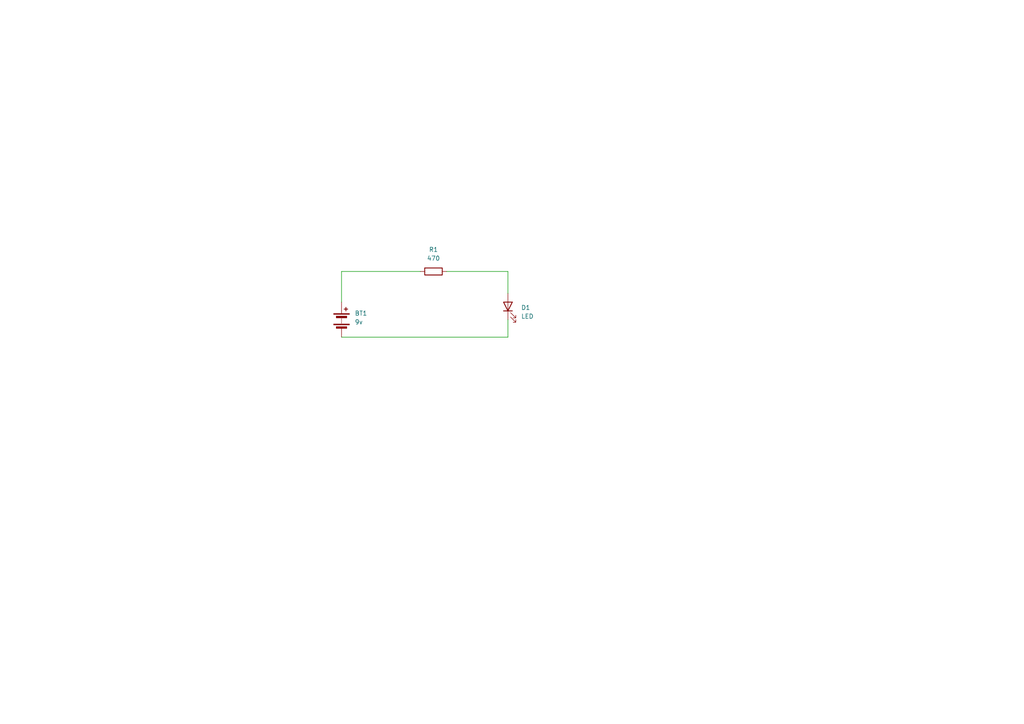
<source format=kicad_sch>
(kicad_sch
	(version 20231120)
	(generator "eeschema")
	(generator_version "8.0")
	(uuid "0f32aed4-1622-4b2b-955e-f638cae75caf")
	(paper "A4")
	(lib_symbols
		(symbol "Device:Battery"
			(pin_numbers hide)
			(pin_names
				(offset 0) hide)
			(exclude_from_sim no)
			(in_bom yes)
			(on_board yes)
			(property "Reference" "BT"
				(at 2.54 2.54 0)
				(effects
					(font
						(size 1.27 1.27)
					)
					(justify left)
				)
			)
			(property "Value" "Battery"
				(at 2.54 0 0)
				(effects
					(font
						(size 1.27 1.27)
					)
					(justify left)
				)
			)
			(property "Footprint" ""
				(at 0 1.524 90)
				(effects
					(font
						(size 1.27 1.27)
					)
					(hide yes)
				)
			)
			(property "Datasheet" "~"
				(at 0 1.524 90)
				(effects
					(font
						(size 1.27 1.27)
					)
					(hide yes)
				)
			)
			(property "Description" "Multiple-cell battery"
				(at 0 0 0)
				(effects
					(font
						(size 1.27 1.27)
					)
					(hide yes)
				)
			)
			(property "ki_keywords" "batt voltage-source cell"
				(at 0 0 0)
				(effects
					(font
						(size 1.27 1.27)
					)
					(hide yes)
				)
			)
			(symbol "Battery_0_1"
				(rectangle
					(start -2.286 -1.27)
					(end 2.286 -1.524)
					(stroke
						(width 0)
						(type default)
					)
					(fill
						(type outline)
					)
				)
				(rectangle
					(start -2.286 1.778)
					(end 2.286 1.524)
					(stroke
						(width 0)
						(type default)
					)
					(fill
						(type outline)
					)
				)
				(rectangle
					(start -1.524 -2.032)
					(end 1.524 -2.54)
					(stroke
						(width 0)
						(type default)
					)
					(fill
						(type outline)
					)
				)
				(rectangle
					(start -1.524 1.016)
					(end 1.524 0.508)
					(stroke
						(width 0)
						(type default)
					)
					(fill
						(type outline)
					)
				)
				(polyline
					(pts
						(xy 0 -1.016) (xy 0 -0.762)
					)
					(stroke
						(width 0)
						(type default)
					)
					(fill
						(type none)
					)
				)
				(polyline
					(pts
						(xy 0 -0.508) (xy 0 -0.254)
					)
					(stroke
						(width 0)
						(type default)
					)
					(fill
						(type none)
					)
				)
				(polyline
					(pts
						(xy 0 0) (xy 0 0.254)
					)
					(stroke
						(width 0)
						(type default)
					)
					(fill
						(type none)
					)
				)
				(polyline
					(pts
						(xy 0 1.778) (xy 0 2.54)
					)
					(stroke
						(width 0)
						(type default)
					)
					(fill
						(type none)
					)
				)
				(polyline
					(pts
						(xy 0.762 3.048) (xy 1.778 3.048)
					)
					(stroke
						(width 0.254)
						(type default)
					)
					(fill
						(type none)
					)
				)
				(polyline
					(pts
						(xy 1.27 3.556) (xy 1.27 2.54)
					)
					(stroke
						(width 0.254)
						(type default)
					)
					(fill
						(type none)
					)
				)
			)
			(symbol "Battery_1_1"
				(pin passive line
					(at 0 5.08 270)
					(length 2.54)
					(name "+"
						(effects
							(font
								(size 1.27 1.27)
							)
						)
					)
					(number "1"
						(effects
							(font
								(size 1.27 1.27)
							)
						)
					)
				)
				(pin passive line
					(at 0 -5.08 90)
					(length 2.54)
					(name "-"
						(effects
							(font
								(size 1.27 1.27)
							)
						)
					)
					(number "2"
						(effects
							(font
								(size 1.27 1.27)
							)
						)
					)
				)
			)
		)
		(symbol "Device:LED"
			(pin_numbers hide)
			(pin_names
				(offset 1.016) hide)
			(exclude_from_sim no)
			(in_bom yes)
			(on_board yes)
			(property "Reference" "D"
				(at 0 2.54 0)
				(effects
					(font
						(size 1.27 1.27)
					)
				)
			)
			(property "Value" "LED"
				(at 0 -2.54 0)
				(effects
					(font
						(size 1.27 1.27)
					)
				)
			)
			(property "Footprint" ""
				(at 0 0 0)
				(effects
					(font
						(size 1.27 1.27)
					)
					(hide yes)
				)
			)
			(property "Datasheet" "~"
				(at 0 0 0)
				(effects
					(font
						(size 1.27 1.27)
					)
					(hide yes)
				)
			)
			(property "Description" "Light emitting diode"
				(at 0 0 0)
				(effects
					(font
						(size 1.27 1.27)
					)
					(hide yes)
				)
			)
			(property "ki_keywords" "LED diode"
				(at 0 0 0)
				(effects
					(font
						(size 1.27 1.27)
					)
					(hide yes)
				)
			)
			(property "ki_fp_filters" "LED* LED_SMD:* LED_THT:*"
				(at 0 0 0)
				(effects
					(font
						(size 1.27 1.27)
					)
					(hide yes)
				)
			)
			(symbol "LED_0_1"
				(polyline
					(pts
						(xy -1.27 -1.27) (xy -1.27 1.27)
					)
					(stroke
						(width 0.254)
						(type default)
					)
					(fill
						(type none)
					)
				)
				(polyline
					(pts
						(xy -1.27 0) (xy 1.27 0)
					)
					(stroke
						(width 0)
						(type default)
					)
					(fill
						(type none)
					)
				)
				(polyline
					(pts
						(xy 1.27 -1.27) (xy 1.27 1.27) (xy -1.27 0) (xy 1.27 -1.27)
					)
					(stroke
						(width 0.254)
						(type default)
					)
					(fill
						(type none)
					)
				)
				(polyline
					(pts
						(xy -3.048 -0.762) (xy -4.572 -2.286) (xy -3.81 -2.286) (xy -4.572 -2.286) (xy -4.572 -1.524)
					)
					(stroke
						(width 0)
						(type default)
					)
					(fill
						(type none)
					)
				)
				(polyline
					(pts
						(xy -1.778 -0.762) (xy -3.302 -2.286) (xy -2.54 -2.286) (xy -3.302 -2.286) (xy -3.302 -1.524)
					)
					(stroke
						(width 0)
						(type default)
					)
					(fill
						(type none)
					)
				)
			)
			(symbol "LED_1_1"
				(pin passive line
					(at -3.81 0 0)
					(length 2.54)
					(name "K"
						(effects
							(font
								(size 1.27 1.27)
							)
						)
					)
					(number "1"
						(effects
							(font
								(size 1.27 1.27)
							)
						)
					)
				)
				(pin passive line
					(at 3.81 0 180)
					(length 2.54)
					(name "A"
						(effects
							(font
								(size 1.27 1.27)
							)
						)
					)
					(number "2"
						(effects
							(font
								(size 1.27 1.27)
							)
						)
					)
				)
			)
		)
		(symbol "Device:R"
			(pin_numbers hide)
			(pin_names
				(offset 0)
			)
			(exclude_from_sim no)
			(in_bom yes)
			(on_board yes)
			(property "Reference" "R"
				(at 2.032 0 90)
				(effects
					(font
						(size 1.27 1.27)
					)
				)
			)
			(property "Value" "R"
				(at 0 0 90)
				(effects
					(font
						(size 1.27 1.27)
					)
				)
			)
			(property "Footprint" ""
				(at -1.778 0 90)
				(effects
					(font
						(size 1.27 1.27)
					)
					(hide yes)
				)
			)
			(property "Datasheet" "~"
				(at 0 0 0)
				(effects
					(font
						(size 1.27 1.27)
					)
					(hide yes)
				)
			)
			(property "Description" "Resistor"
				(at 0 0 0)
				(effects
					(font
						(size 1.27 1.27)
					)
					(hide yes)
				)
			)
			(property "ki_keywords" "R res resistor"
				(at 0 0 0)
				(effects
					(font
						(size 1.27 1.27)
					)
					(hide yes)
				)
			)
			(property "ki_fp_filters" "R_*"
				(at 0 0 0)
				(effects
					(font
						(size 1.27 1.27)
					)
					(hide yes)
				)
			)
			(symbol "R_0_1"
				(rectangle
					(start -1.016 -2.54)
					(end 1.016 2.54)
					(stroke
						(width 0.254)
						(type default)
					)
					(fill
						(type none)
					)
				)
			)
			(symbol "R_1_1"
				(pin passive line
					(at 0 3.81 270)
					(length 1.27)
					(name "~"
						(effects
							(font
								(size 1.27 1.27)
							)
						)
					)
					(number "1"
						(effects
							(font
								(size 1.27 1.27)
							)
						)
					)
				)
				(pin passive line
					(at 0 -3.81 90)
					(length 1.27)
					(name "~"
						(effects
							(font
								(size 1.27 1.27)
							)
						)
					)
					(number "2"
						(effects
							(font
								(size 1.27 1.27)
							)
						)
					)
				)
			)
		)
	)
	(wire
		(pts
			(xy 99.06 87.63) (xy 99.06 78.74)
		)
		(stroke
			(width 0)
			(type default)
		)
		(uuid "58f4ca1c-e484-4a84-b9a5-ebc2b70966ca")
	)
	(wire
		(pts
			(xy 129.54 78.74) (xy 147.32 78.74)
		)
		(stroke
			(width 0)
			(type default)
		)
		(uuid "65170c92-053d-40ca-9678-d07733503a7d")
	)
	(wire
		(pts
			(xy 147.32 97.79) (xy 147.32 92.71)
		)
		(stroke
			(width 0)
			(type default)
		)
		(uuid "66354102-b390-49af-b061-9580e7890891")
	)
	(wire
		(pts
			(xy 147.32 78.74) (xy 147.32 85.09)
		)
		(stroke
			(width 0)
			(type default)
		)
		(uuid "d384c250-34b7-4614-89ad-d34d6be8caff")
	)
	(wire
		(pts
			(xy 99.06 97.79) (xy 147.32 97.79)
		)
		(stroke
			(width 0)
			(type default)
		)
		(uuid "e468a210-81b6-4b48-9107-f5ac293af5ed")
	)
	(wire
		(pts
			(xy 99.06 78.74) (xy 121.92 78.74)
		)
		(stroke
			(width 0)
			(type default)
		)
		(uuid "f3eb8320-7aa3-49f5-9102-51766ef7d0e8")
	)
	(symbol
		(lib_id "Device:LED")
		(at 147.32 88.9 90)
		(unit 1)
		(exclude_from_sim no)
		(in_bom yes)
		(on_board yes)
		(dnp no)
		(fields_autoplaced yes)
		(uuid "7cc9788f-6a58-4803-a452-e64084f2bef3")
		(property "Reference" "D1"
			(at 151.13 89.2174 90)
			(effects
				(font
					(size 1.27 1.27)
				)
				(justify right)
			)
		)
		(property "Value" "LED"
			(at 151.13 91.7574 90)
			(effects
				(font
					(size 1.27 1.27)
				)
				(justify right)
			)
		)
		(property "Footprint" "LED_SMD:LED_0603_1608Metric_Pad1.05x0.95mm_HandSolder"
			(at 147.32 88.9 0)
			(effects
				(font
					(size 1.27 1.27)
				)
				(hide yes)
			)
		)
		(property "Datasheet" "~"
			(at 147.32 88.9 0)
			(effects
				(font
					(size 1.27 1.27)
				)
				(hide yes)
			)
		)
		(property "Description" "Light emitting diode"
			(at 147.32 88.9 0)
			(effects
				(font
					(size 1.27 1.27)
				)
				(hide yes)
			)
		)
		(pin "1"
			(uuid "5e33cfef-9e96-46c5-be10-60aa2f52e5dc")
		)
		(pin "2"
			(uuid "47ca5023-3e4c-4796-8549-0a12f0bcbeb3")
		)
		(instances
			(project ""
				(path "/0f32aed4-1622-4b2b-955e-f638cae75caf"
					(reference "D1")
					(unit 1)
				)
			)
		)
	)
	(symbol
		(lib_id "Device:R")
		(at 125.73 78.74 90)
		(unit 1)
		(exclude_from_sim no)
		(in_bom yes)
		(on_board yes)
		(dnp no)
		(fields_autoplaced yes)
		(uuid "7fbeb1f9-06ad-4414-a199-17a003b6b221")
		(property "Reference" "R1"
			(at 125.73 72.39 90)
			(effects
				(font
					(size 1.27 1.27)
				)
			)
		)
		(property "Value" "470"
			(at 125.73 74.93 90)
			(effects
				(font
					(size 1.27 1.27)
				)
			)
		)
		(property "Footprint" "Resistor_SMD:R_0201_0603Metric"
			(at 125.73 80.518 90)
			(effects
				(font
					(size 1.27 1.27)
				)
				(hide yes)
			)
		)
		(property "Datasheet" "~"
			(at 125.73 78.74 0)
			(effects
				(font
					(size 1.27 1.27)
				)
				(hide yes)
			)
		)
		(property "Description" "Resistor"
			(at 125.73 78.74 0)
			(effects
				(font
					(size 1.27 1.27)
				)
				(hide yes)
			)
		)
		(pin "1"
			(uuid "a0ec389e-f114-4e9c-a6b7-cc2c9ac7f056")
		)
		(pin "2"
			(uuid "34edb863-4d09-41db-bb39-050c4e960afa")
		)
		(instances
			(project ""
				(path "/0f32aed4-1622-4b2b-955e-f638cae75caf"
					(reference "R1")
					(unit 1)
				)
			)
		)
	)
	(symbol
		(lib_id "Device:Battery")
		(at 99.06 92.71 0)
		(unit 1)
		(exclude_from_sim no)
		(in_bom yes)
		(on_board yes)
		(dnp no)
		(fields_autoplaced yes)
		(uuid "c30b9ed4-489c-46d5-82a5-5c6e065ba69e")
		(property "Reference" "BT1"
			(at 102.87 90.8684 0)
			(effects
				(font
					(size 1.27 1.27)
				)
				(justify left)
			)
		)
		(property "Value" "9v"
			(at 102.87 93.4084 0)
			(effects
				(font
					(size 1.27 1.27)
				)
				(justify left)
			)
		)
		(property "Footprint" "Connector_PinHeader_2.54mm:PinHeader_1x02_P2.54mm_Vertical"
			(at 99.06 91.186 90)
			(effects
				(font
					(size 1.27 1.27)
				)
				(hide yes)
			)
		)
		(property "Datasheet" "~"
			(at 99.06 91.186 90)
			(effects
				(font
					(size 1.27 1.27)
				)
				(hide yes)
			)
		)
		(property "Description" "Multiple-cell battery"
			(at 99.06 92.71 0)
			(effects
				(font
					(size 1.27 1.27)
				)
				(hide yes)
			)
		)
		(pin "1"
			(uuid "6895ec0b-fdd3-4a79-bf58-cd26ba1c0c86")
		)
		(pin "2"
			(uuid "40a64a2d-13a8-419e-8bd1-37085d6c039b")
		)
		(instances
			(project ""
				(path "/0f32aed4-1622-4b2b-955e-f638cae75caf"
					(reference "BT1")
					(unit 1)
				)
			)
		)
	)
	(sheet_instances
		(path "/"
			(page "1")
		)
	)
)

</source>
